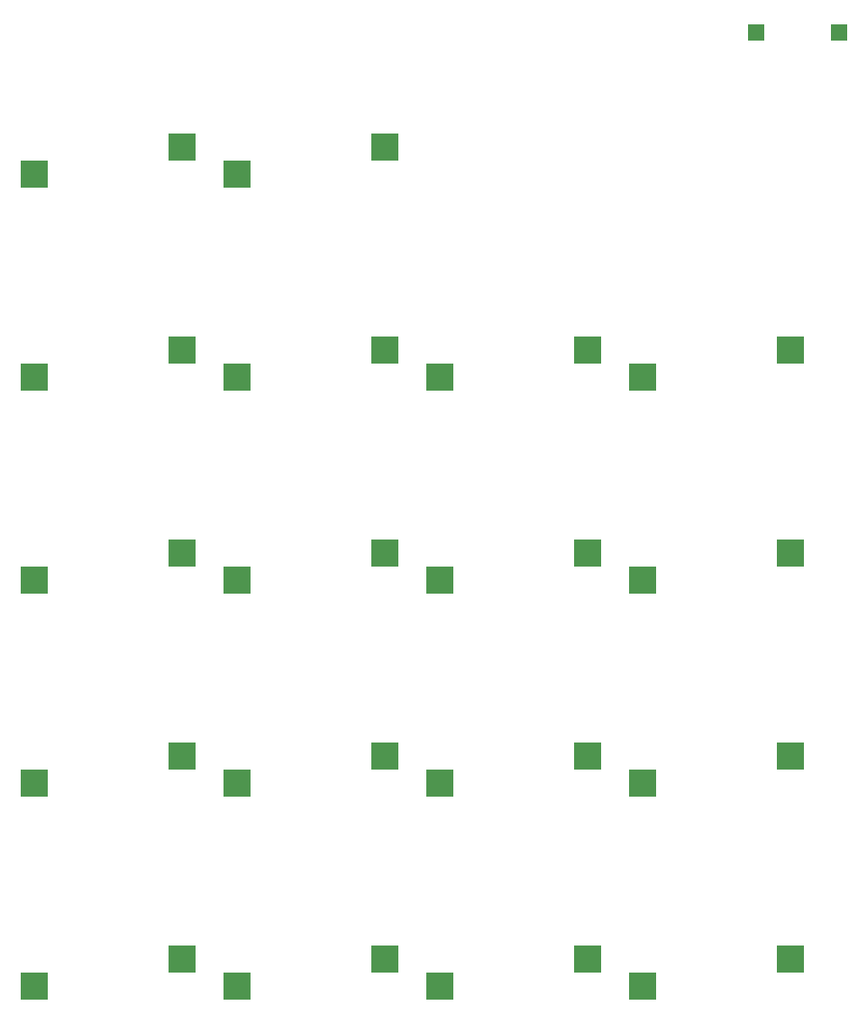
<source format=gbr>
G04 #@! TF.GenerationSoftware,KiCad,Pcbnew,(5.1.2)-2*
G04 #@! TF.CreationDate,2019-08-04T14:17:21-07:00*
G04 #@! TF.ProjectId,pcb v1.2,70636220-7631-42e3-922e-6b696361645f,rev?*
G04 #@! TF.SameCoordinates,Original*
G04 #@! TF.FileFunction,Paste,Bot*
G04 #@! TF.FilePolarity,Positive*
%FSLAX46Y46*%
G04 Gerber Fmt 4.6, Leading zero omitted, Abs format (unit mm)*
G04 Created by KiCad (PCBNEW (5.1.2)-2) date 2019-08-04 14:17:21*
%MOMM*%
%LPD*%
G04 APERTURE LIST*
%ADD10R,2.550000X2.500000*%
%ADD11R,1.500000X1.500000*%
G04 APERTURE END LIST*
D10*
X143450000Y-80010000D03*
X129600000Y-82550000D03*
X91500000Y-63500000D03*
X105350000Y-60960000D03*
X110550000Y-63500000D03*
X124400000Y-60960000D03*
X129600000Y-63500000D03*
X143450000Y-60960000D03*
X162500000Y-60960000D03*
X148650000Y-63500000D03*
X105350000Y-80010000D03*
X91500000Y-82550000D03*
X110550000Y-82550000D03*
X124400000Y-80010000D03*
X148650000Y-82550000D03*
X162500000Y-80010000D03*
X91500000Y-101600000D03*
X105350000Y-99060000D03*
X124400000Y-99060000D03*
X110550000Y-101600000D03*
X129600000Y-101600000D03*
X143450000Y-99060000D03*
X148650000Y-101600000D03*
X162500000Y-99060000D03*
X105350000Y-118110000D03*
X91500000Y-120650000D03*
X110550000Y-120650000D03*
X124400000Y-118110000D03*
X143450000Y-118110000D03*
X129600000Y-120650000D03*
X162500000Y-118110000D03*
X148650000Y-120650000D03*
X105350000Y-41910000D03*
X91500000Y-44450000D03*
X124400000Y-41910000D03*
X110550000Y-44450000D03*
D11*
X159295000Y-31115000D03*
X167095000Y-31115000D03*
M02*

</source>
